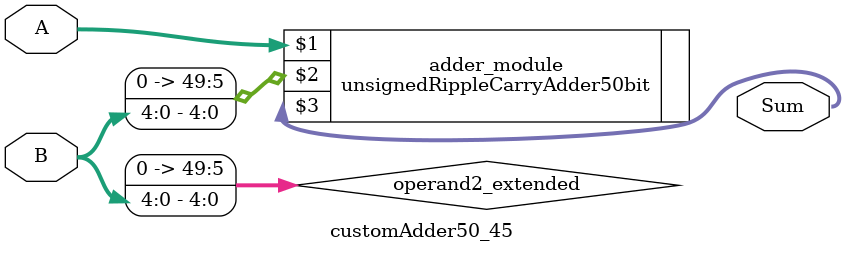
<source format=v>
module customAdder50_45(
                        input [49 : 0] A,
                        input [4 : 0] B,
                        
                        output [50 : 0] Sum
                );

        wire [49 : 0] operand2_extended;
        
        assign operand2_extended =  {45'b0, B};
        
        unsignedRippleCarryAdder50bit adder_module(
            A,
            operand2_extended,
            Sum
        );
        
        endmodule
        
</source>
